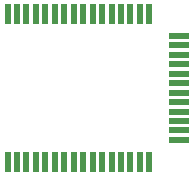
<source format=gtp>
%FSLAX46Y46*%
G04 Gerber Fmt 4.6, Leading zero omitted, Abs format (unit mm)*
G04 Created by KiCad (PCBNEW (2014-10-02 BZR 5162)-product) date 2014/10/23 21:02:27*
%MOMM*%
G01*
G04 APERTURE LIST*
%ADD10C,0.150000*%
%ADD11R,0.500000X1.700000*%
%ADD12R,1.700000X0.500000*%
G04 APERTURE END LIST*
D10*
D11*
X12740000Y20320000D03*
X11940000Y20320000D03*
X11140000Y20320000D03*
X10340000Y20320000D03*
X9540000Y20320000D03*
X8740000Y20320000D03*
X7940000Y20320000D03*
X7140000Y20320000D03*
X6340000Y20320000D03*
X5540000Y20320000D03*
X4740000Y20320000D03*
X3940000Y20320000D03*
X3140000Y20320000D03*
X2340000Y20320000D03*
X1540000Y20320000D03*
X740000Y20320000D03*
D12*
X15240000Y18470000D03*
X15240000Y9670000D03*
X15240000Y10470000D03*
X15240000Y11270000D03*
X15240000Y12070000D03*
X15240000Y12870000D03*
X15240000Y13670000D03*
X15240000Y14470000D03*
X15240000Y15270000D03*
X15240000Y16070000D03*
X15240000Y16870000D03*
X15240000Y17670000D03*
D11*
X740000Y7820000D03*
X1540000Y7820000D03*
X2340000Y7820000D03*
X3140000Y7820000D03*
X3940000Y7820000D03*
X4740000Y7820000D03*
X5540000Y7820000D03*
X6340000Y7820000D03*
X7140000Y7820000D03*
X7940000Y7820000D03*
X8740000Y7820000D03*
X9540000Y7820000D03*
X10340000Y7820000D03*
X11140000Y7820000D03*
X11940000Y7820000D03*
X12740000Y7820000D03*
M02*

</source>
